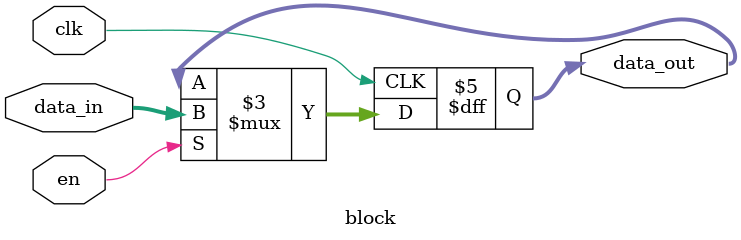
<source format=v>
module block(
  input [7:0]data_in,
  input clk,en,
  output reg [7:0]data_out
);
  always@(posedge clk)begin
    if(en)begin
      data_out=data_in;
    end
  end
endmodule

</source>
